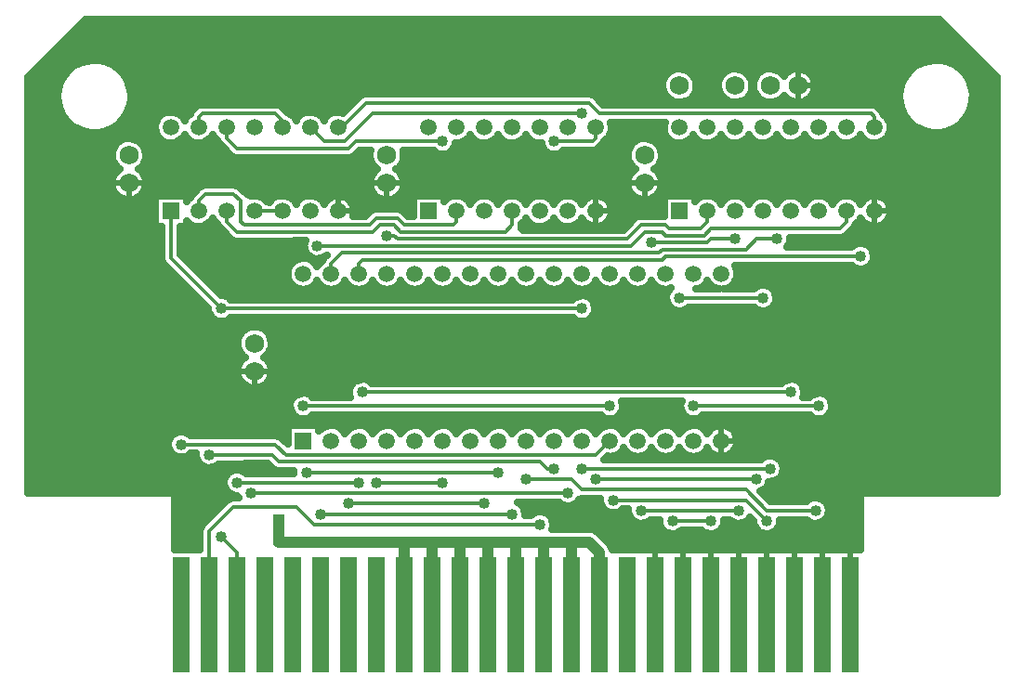
<source format=gbr>
G04 DipTrace 2.4.0.2*
%INBottom.gbr*%
%MOIN*%
%ADD13C,0.012*%
%ADD14C,0.04*%
%ADD15C,0.025*%
%ADD16C,0.02*%
%ADD17C,0.068*%
%ADD18R,0.063X0.4134*%
%ADD19R,0.0591X0.0591*%
%ADD20C,0.0591*%
%FSLAX44Y44*%
G04*
G70*
G90*
G75*
G01*
%LNBottom*%
%LPD*%
X25187Y12437D2*
D13*
X24687Y11937D1*
X13562D1*
X13187Y12312D1*
X9812D1*
X30937Y11437D2*
X24187D1*
X23187D2*
X22937D1*
X22687Y11687D1*
X13312D1*
X13062Y11937D1*
X10812D1*
X22187Y11062D2*
X23812D1*
X24187Y10687D1*
X30062D1*
X30812Y9937D1*
X32562D1*
X21187Y11312D2*
X14312D1*
X19187Y10937D2*
X16812D1*
X15812Y10187D2*
X20687D1*
X12312Y10562D2*
X23687D1*
X14812Y9812D2*
X21687D1*
X11812Y10937D2*
X16187D1*
X28687Y20687D2*
Y20312D1*
X28437Y20062D1*
X27312D1*
X27187Y20187D1*
X26312D1*
X25812Y19687D1*
X17562D1*
X17437Y19812D1*
X17187D1*
X31687Y14187D2*
X16312D1*
X33687Y20687D2*
Y20312D1*
X33437Y20062D1*
X28812D1*
X28562Y19812D1*
X27187D1*
X27062Y19937D1*
X26437D1*
X25937Y19437D1*
X14687D1*
X16187Y18437D2*
Y18812D1*
X16312Y18937D1*
X27062D1*
X27187Y19062D1*
X34187D1*
X15187Y18437D2*
Y18812D1*
X15562Y19187D1*
X26937D1*
X27062Y19312D1*
X30062D1*
X30437Y19687D1*
X31187D1*
X25187Y13687D2*
X14187D1*
X25312Y10312D2*
X30062D1*
X30812Y9562D1*
X26687Y19562D2*
X28687D1*
X28812Y19687D1*
X29687D1*
X26312Y9937D2*
X29812D1*
X27687Y17562D2*
X30687D1*
X28187Y13687D2*
X32687D1*
X27437Y9562D2*
X28812D1*
X30437Y11062D2*
X24687D1*
X17812Y6187D2*
D14*
Y8812D1*
X18812D1*
X19812D1*
X20812D1*
X21812D1*
X22812D1*
X23812D1*
X24437D1*
X24812Y8437D1*
Y6187D1*
X18812D2*
Y8812D1*
X19812Y6187D2*
Y8812D1*
X20812Y6187D2*
Y8812D1*
X21812Y6187D2*
Y8812D1*
X22812Y6187D2*
Y8812D1*
X23812Y6187D2*
Y8812D1*
X17812D2*
X13312D1*
X19687Y20687D2*
D13*
Y20312D1*
X19562Y20187D1*
X17812D1*
X17562Y20437D1*
X16812D1*
X16562Y20187D1*
X12062D1*
X11937Y20312D1*
Y21062D1*
X11687Y21312D1*
X10687D1*
X10437Y21062D1*
Y20687D1*
X12437D2*
X13437D1*
X10437Y23687D2*
Y24062D1*
X10562Y24187D1*
X13187D1*
X13437Y23937D1*
Y23687D1*
X19187Y23187D2*
X16062D1*
X15812Y22937D1*
X11812D1*
X11437Y23312D1*
Y23687D1*
X24187Y24187D2*
X16687D1*
X15687Y23187D1*
X14937D1*
X14437Y23687D1*
X24687D2*
Y23312D1*
X24562Y23187D1*
X23187D1*
X15437Y23687D2*
X15562D1*
X16437Y24562D1*
X24437D1*
X24812Y24187D1*
X34562D1*
X34687Y24062D1*
Y23687D1*
X11812Y6187D2*
Y8437D1*
X11250Y9000D1*
Y17187D2*
X9437Y19000D1*
Y20687D1*
X24187Y17187D2*
X11250D1*
X22687Y9437D2*
X14562D1*
X13937Y10062D1*
X11687D1*
X10812Y9187D1*
Y6187D1*
X21687Y20687D2*
Y20187D1*
X21437Y19937D1*
X17687D1*
X17437Y20187D1*
X16937D1*
X16687Y19937D1*
X11812D1*
X11437Y20312D1*
Y20687D1*
D14*
X9812Y12312D3*
X30937Y11437D3*
X24187D3*
X23187D3*
X10812Y11937D3*
X22187Y11062D3*
X32562Y9937D3*
X21187Y11312D3*
X14312D3*
X19187Y10937D3*
X16812D3*
X15812Y10187D3*
X20687D3*
X12312Y10562D3*
X23687D3*
X14812Y9812D3*
X21687D3*
X11812Y10937D3*
X16187D3*
X17187Y19812D3*
X31687Y14187D3*
X16312D3*
X14687Y19437D3*
X34187Y19062D3*
X31187Y19687D3*
X25187Y13687D3*
X14187D3*
X25312Y10312D3*
X30812Y9562D3*
X26687Y19562D3*
X29687Y19687D3*
X26312Y9937D3*
X29812D3*
X27687Y17562D3*
X30687D3*
X28187Y13687D3*
X32687D3*
X27437Y9562D3*
X28812D3*
X30437Y11062D3*
X24687D3*
X13312Y8812D3*
D3*
X19187Y23187D3*
X24187Y24187D3*
X23187Y23187D3*
X11250Y9000D3*
Y17187D3*
X24187D3*
X11250D3*
X22687Y9437D3*
X15937Y26937D3*
X19937D3*
X11937D3*
X5937Y13937D3*
Y16937D3*
X8937Y13937D3*
Y16937D3*
X37812Y17437D3*
X35312D3*
X37812Y13187D3*
X35312D3*
X23937Y26937D3*
X27937D3*
X31937D3*
X13312Y9562D3*
X6140Y27313D2*
D15*
X37234D1*
X5890Y27065D2*
X37484D1*
X5644Y26816D2*
X37730D1*
X5394Y26567D2*
X37980D1*
X5144Y26319D2*
X38230D1*
X4898Y26070D2*
X6344D1*
X7042D2*
X36543D1*
X37237D2*
X38476D1*
X4648Y25821D2*
X5848D1*
X7538D2*
X36043D1*
X37733D2*
X38726D1*
X4398Y25573D2*
X5609D1*
X7776D2*
X27195D1*
X28179D2*
X29195D1*
X30179D2*
X30445D1*
X32429D2*
X35808D1*
X37972D2*
X38976D1*
X4337Y25324D2*
X5469D1*
X7917D2*
X27074D1*
X28300D2*
X29074D1*
X32550D2*
X35664D1*
X38112D2*
X39039D1*
X4337Y25075D2*
X5391D1*
X7995D2*
X27066D1*
X28308D2*
X29066D1*
X32558D2*
X35586D1*
X38194D2*
X39039D1*
X4337Y24826D2*
X5359D1*
X8026D2*
X16223D1*
X24651D2*
X27176D1*
X28198D2*
X29176D1*
X30198D2*
X30426D1*
X32448D2*
X35558D1*
X38222D2*
X39039D1*
X4337Y24578D2*
X5379D1*
X8007D2*
X15969D1*
X24905D2*
X35578D1*
X38202D2*
X39039D1*
X4337Y24329D2*
X5449D1*
X7937D2*
X10219D1*
X13530D2*
X15719D1*
X34905D2*
X35648D1*
X38132D2*
X39039D1*
X4337Y24080D2*
X5578D1*
X7808D2*
X9012D1*
X9862D2*
X10012D1*
X13862D2*
X14012D1*
X14862D2*
X15012D1*
X35112D2*
X35777D1*
X38003D2*
X39039D1*
X4337Y23832D2*
X5793D1*
X7593D2*
X8871D1*
X25253D2*
X27121D1*
X35253D2*
X35988D1*
X37788D2*
X39039D1*
X4337Y23583D2*
X6199D1*
X7187D2*
X8863D1*
X25261D2*
X27113D1*
X35261D2*
X36394D1*
X37386D2*
X39039D1*
X4337Y23334D2*
X8976D1*
X25148D2*
X27226D1*
X35148D2*
X39039D1*
X4337Y23086D2*
X7457D1*
X8417D2*
X11180D1*
X19667D2*
X22707D1*
X24944D2*
X25957D1*
X26917D2*
X39039D1*
X4337Y22837D2*
X7328D1*
X8546D2*
X11430D1*
X16194D2*
X16578D1*
X17796D2*
X18855D1*
X19519D2*
X22855D1*
X23519D2*
X25828D1*
X27050D2*
X39039D1*
X4337Y22588D2*
X7316D1*
X8558D2*
X16566D1*
X17808D2*
X25816D1*
X27058D2*
X39039D1*
X4337Y22340D2*
X7418D1*
X8456D2*
X16668D1*
X17706D2*
X25918D1*
X26956D2*
X39039D1*
X4337Y22091D2*
X7461D1*
X8413D2*
X16711D1*
X17663D2*
X25961D1*
X26913D2*
X39039D1*
X4337Y21842D2*
X7328D1*
X8546D2*
X16578D1*
X17796D2*
X25828D1*
X27046D2*
X39039D1*
X4337Y21594D2*
X7312D1*
X8558D2*
X10500D1*
X11874D2*
X16562D1*
X17808D2*
X25816D1*
X27058D2*
X39039D1*
X4337Y21345D2*
X7414D1*
X8460D2*
X10234D1*
X12140D2*
X16664D1*
X17710D2*
X25914D1*
X26960D2*
X39039D1*
X4337Y21096D2*
X7781D1*
X8089D2*
X8851D1*
X12843D2*
X13033D1*
X13843D2*
X14033D1*
X14843D2*
X15033D1*
X15843D2*
X17031D1*
X17339D2*
X18101D1*
X20093D2*
X20283D1*
X21093D2*
X21283D1*
X22093D2*
X22283D1*
X23093D2*
X23283D1*
X24093D2*
X24283D1*
X25093D2*
X26281D1*
X26593D2*
X27101D1*
X29093D2*
X29283D1*
X30093D2*
X30283D1*
X31093D2*
X31283D1*
X32093D2*
X32283D1*
X33093D2*
X33283D1*
X34093D2*
X34283D1*
X35093D2*
X39039D1*
X4337Y20847D2*
X8851D1*
X15999D2*
X18101D1*
X25249D2*
X27101D1*
X35249D2*
X39039D1*
X4337Y20599D2*
X8851D1*
X16015D2*
X16488D1*
X17886D2*
X18101D1*
X25265D2*
X27101D1*
X35265D2*
X39039D1*
X4337Y20350D2*
X8851D1*
X25159D2*
X25992D1*
X35159D2*
X39039D1*
X4337Y20101D2*
X9086D1*
X9788D2*
X11164D1*
X22026D2*
X25742D1*
X33960D2*
X39039D1*
X4337Y19853D2*
X9086D1*
X9788D2*
X11410D1*
X33714D2*
X39039D1*
X4337Y19604D2*
X9086D1*
X9788D2*
X14226D1*
X31671D2*
X39039D1*
X4337Y19355D2*
X9086D1*
X9788D2*
X14203D1*
X34573D2*
X39039D1*
X4337Y19107D2*
X9086D1*
X9816D2*
X14336D1*
X34675D2*
X39039D1*
X4337Y18858D2*
X9121D1*
X10062D2*
X13793D1*
X14581D2*
X14793D1*
X34628D2*
X39039D1*
X4337Y18609D2*
X9344D1*
X10312D2*
X13629D1*
X29745D2*
X34058D1*
X34319D2*
X39039D1*
X4337Y18361D2*
X9590D1*
X10562D2*
X13605D1*
X29769D2*
X39039D1*
X4337Y18112D2*
X9840D1*
X10808D2*
X13707D1*
X29667D2*
X39039D1*
X4337Y17863D2*
X10090D1*
X11058D2*
X27308D1*
X31066D2*
X39039D1*
X4337Y17615D2*
X10336D1*
X11456D2*
X23980D1*
X24394D2*
X27199D1*
X31175D2*
X39039D1*
X4337Y17366D2*
X10586D1*
X24640D2*
X27242D1*
X31132D2*
X39039D1*
X4337Y17117D2*
X10766D1*
X24671D2*
X27527D1*
X27847D2*
X30527D1*
X30847D2*
X39039D1*
X4337Y16868D2*
X10887D1*
X24550D2*
X39039D1*
X4337Y16620D2*
X39039D1*
X4337Y16371D2*
X11992D1*
X12886D2*
X39039D1*
X4337Y16122D2*
X11836D1*
X13038D2*
X39039D1*
X4337Y15874D2*
X11812D1*
X13066D2*
X39039D1*
X4337Y15625D2*
X11894D1*
X12980D2*
X39039D1*
X4337Y15376D2*
X11996D1*
X12878D2*
X39039D1*
X4337Y15128D2*
X11840D1*
X13034D2*
X39039D1*
X4337Y14879D2*
X11808D1*
X13066D2*
X39039D1*
X4337Y14630D2*
X11891D1*
X12983D2*
X16148D1*
X16476D2*
X31523D1*
X31851D2*
X39039D1*
X4337Y14382D2*
X12172D1*
X12702D2*
X15863D1*
X32136D2*
X39039D1*
X4337Y14133D2*
X14031D1*
X14343D2*
X15824D1*
X32175D2*
X32531D1*
X32843D2*
X39039D1*
X4337Y13884D2*
X13742D1*
X33132D2*
X39039D1*
X4337Y13635D2*
X13699D1*
X25675D2*
X27699D1*
X33175D2*
X39039D1*
X4337Y13387D2*
X13808D1*
X25566D2*
X27808D1*
X33066D2*
X39039D1*
X4337Y13138D2*
X39039D1*
X4337Y12889D2*
X13601D1*
X15542D2*
X15832D1*
X16542D2*
X16832D1*
X17542D2*
X17832D1*
X18542D2*
X18832D1*
X19542D2*
X19832D1*
X20542D2*
X20832D1*
X21542D2*
X21832D1*
X22542D2*
X22832D1*
X23542D2*
X23832D1*
X24542D2*
X24832D1*
X25542D2*
X25832D1*
X26542D2*
X26832D1*
X27542D2*
X27832D1*
X28542D2*
X28832D1*
X29542D2*
X39039D1*
X4337Y12641D2*
X9457D1*
X10167D2*
X13601D1*
X29733D2*
X39039D1*
X4337Y12392D2*
X9328D1*
X29769D2*
X39039D1*
X4337Y12143D2*
X9355D1*
X29691D2*
X39039D1*
X4337Y11895D2*
X9582D1*
X10042D2*
X10324D1*
X25351D2*
X26023D1*
X26351D2*
X27023D1*
X27351D2*
X28023D1*
X28351D2*
X29023D1*
X29351D2*
X30832D1*
X31045D2*
X39039D1*
X4337Y11646D2*
X10426D1*
X31378D2*
X39039D1*
X4337Y11397D2*
X11723D1*
X11900D2*
X13141D1*
X31425D2*
X39039D1*
X4337Y11149D2*
X11375D1*
X31327D2*
X39039D1*
X4337Y10900D2*
X11324D1*
X30898D2*
X39039D1*
X4337Y10651D2*
X11422D1*
X30679D2*
X39039D1*
X9585Y10403D2*
X11851D1*
X30831D2*
X34164D1*
X9585Y10154D2*
X11293D1*
X22026D2*
X23441D1*
X23933D2*
X24851D1*
X32999D2*
X34164D1*
X9585Y9905D2*
X11047D1*
X22167D2*
X25062D1*
X25562D2*
X25824D1*
X33050D2*
X34164D1*
X9585Y9656D2*
X10797D1*
X23120D2*
X25918D1*
X32956D2*
X34164D1*
X9585Y9408D2*
X10551D1*
X23175D2*
X26973D1*
X29276D2*
X30348D1*
X31276D2*
X34164D1*
X9585Y9159D2*
X10461D1*
X24773D2*
X27180D1*
X27694D2*
X28555D1*
X29069D2*
X30555D1*
X31069D2*
X34164D1*
X9585Y8910D2*
X10461D1*
X25023D2*
X34164D1*
X9585Y8662D2*
X10461D1*
X25245D2*
X34164D1*
X27041Y21662D2*
X27023Y21539D1*
X26981Y21421D1*
X26914Y21316D1*
X26828Y21225D1*
X26725Y21155D1*
X26610Y21107D1*
X26487Y21084D1*
X26362Y21087D1*
X26241Y21115D1*
X26128Y21167D1*
X26028Y21242D1*
X25945Y21335D1*
X25883Y21444D1*
X25845Y21562D1*
X25832Y21687D1*
X25845Y21811D1*
X25883Y21929D1*
X25944Y22038D1*
X26027Y22132D1*
X26097Y22187D1*
X26047Y22225D1*
X25961Y22315D1*
X25895Y22421D1*
X25851Y22538D1*
X25833Y22662D1*
X25841Y22786D1*
X25874Y22906D1*
X25931Y23017D1*
X26010Y23114D1*
X26106Y23193D1*
X26217Y23250D1*
X26338Y23284D1*
X26462Y23291D1*
X26586Y23274D1*
X26703Y23231D1*
X26809Y23165D1*
X26899Y23079D1*
X26969Y22976D1*
X27017Y22861D1*
X27043Y22687D1*
X27030Y22563D1*
X26992Y22444D1*
X26930Y22336D1*
X26848Y22242D1*
X26776Y22188D1*
X26864Y22115D1*
X26943Y22019D1*
X27000Y21908D1*
X27034Y21788D1*
X27041Y21662D1*
X13041Y14912D2*
X13023Y14789D1*
X12981Y14671D1*
X12914Y14566D1*
X12828Y14475D1*
X12725Y14405D1*
X12610Y14357D1*
X12487Y14334D1*
X12362Y14337D1*
X12241Y14365D1*
X12128Y14417D1*
X12028Y14492D1*
X11945Y14585D1*
X11883Y14694D1*
X11845Y14812D1*
X11832Y14937D1*
X11845Y15061D1*
X11883Y15179D1*
X11944Y15288D1*
X12027Y15382D1*
X12097Y15437D1*
X12047Y15475D1*
X11961Y15565D1*
X11895Y15671D1*
X11851Y15788D1*
X11833Y15912D1*
X11841Y16036D1*
X11874Y16156D1*
X11931Y16267D1*
X12010Y16364D1*
X12106Y16443D1*
X12217Y16500D1*
X12338Y16534D1*
X12462Y16541D1*
X12586Y16524D1*
X12703Y16481D1*
X12809Y16415D1*
X12899Y16329D1*
X12969Y16226D1*
X13017Y16111D1*
X13043Y15937D1*
X13030Y15813D1*
X12992Y15694D1*
X12930Y15586D1*
X12848Y15492D1*
X12776Y15438D1*
X12864Y15365D1*
X12943Y15269D1*
X13000Y15158D1*
X13034Y15038D1*
X13041Y14912D1*
X32541Y25162D2*
X32523Y25039D1*
X32481Y24921D1*
X32414Y24816D1*
X32328Y24725D1*
X32225Y24655D1*
X32110Y24607D1*
X31987Y24584D1*
X31862Y24587D1*
X31741Y24615D1*
X31628Y24667D1*
X31528Y24742D1*
X31445Y24835D1*
X31437Y24847D1*
X31347Y24743D1*
X31247Y24668D1*
X31134Y24616D1*
X31012Y24588D1*
X30887Y24585D1*
X30765Y24608D1*
X30649Y24656D1*
X30546Y24726D1*
X30460Y24816D1*
X30394Y24922D1*
X30351Y25039D1*
X30333Y25162D1*
X30340Y25287D1*
X30373Y25407D1*
X30430Y25518D1*
X30509Y25615D1*
X30606Y25694D1*
X30716Y25751D1*
X30837Y25784D1*
X30961Y25792D1*
X31085Y25774D1*
X31202Y25732D1*
X31308Y25666D1*
X31398Y25579D1*
X31436Y25525D1*
X31509Y25614D1*
X31606Y25693D1*
X31716Y25750D1*
X31837Y25784D1*
X31961Y25791D1*
X32085Y25774D1*
X32202Y25731D1*
X32308Y25665D1*
X32398Y25579D1*
X32469Y25476D1*
X32517Y25361D1*
X32540Y25238D1*
X32541Y25162D1*
X17779Y22563D2*
X17741Y22444D1*
X17679Y22336D1*
X17597Y22242D1*
X17525Y22188D1*
X17613Y22115D1*
X17692Y22019D1*
X17749Y21908D1*
X17783Y21788D1*
X17791Y21662D1*
X17773Y21539D1*
X17730Y21421D1*
X17664Y21316D1*
X17577Y21225D1*
X17474Y21155D1*
X17359Y21107D1*
X17236Y21084D1*
X17112Y21087D1*
X16990Y21115D1*
X16877Y21167D1*
X16777Y21242D1*
X16694Y21335D1*
X16632Y21444D1*
X16594Y21562D1*
X16581Y21687D1*
X16594Y21811D1*
X16632Y21929D1*
X16694Y22038D1*
X16776Y22132D1*
X16846Y22187D1*
X16796Y22225D1*
X16710Y22315D1*
X16644Y22421D1*
X16601Y22538D1*
X16583Y22662D1*
X16590Y22786D1*
X16612Y22865D1*
X16199Y22862D1*
X16042Y22707D1*
X15939Y22638D1*
X15812Y22612D1*
X11812D1*
X11690Y22636D1*
X11582Y22707D1*
X11207Y23082D1*
X11144Y23171D1*
X11093Y23245D1*
X11004Y23332D1*
X10938Y23433D1*
X10876Y23339D1*
X10788Y23251D1*
X10683Y23184D1*
X10566Y23142D1*
X10442Y23127D1*
X10318Y23140D1*
X10200Y23180D1*
X10093Y23245D1*
X10004Y23332D1*
X9938Y23433D1*
X9876Y23339D1*
X9788Y23251D1*
X9683Y23184D1*
X9566Y23142D1*
X9442Y23127D1*
X9318Y23140D1*
X9200Y23180D1*
X9093Y23245D1*
X9004Y23332D1*
X8936Y23436D1*
X8893Y23553D1*
X8877Y23677D1*
X8889Y23801D1*
X8927Y23920D1*
X8992Y24027D1*
X9078Y24117D1*
X9182Y24186D1*
X9299Y24230D1*
X9422Y24247D1*
X9546Y24236D1*
X9665Y24199D1*
X9773Y24135D1*
X9864Y24050D1*
X9938Y23936D1*
X9992Y24027D1*
X10078Y24117D1*
X10127Y24149D1*
X10136Y24184D1*
X10207Y24292D1*
X10332Y24417D1*
X10429Y24483D1*
X10541Y24511D1*
X13187Y24512D1*
X13309Y24488D1*
X13417Y24417D1*
X13614Y24219D1*
X13773Y24135D1*
X13864Y24050D1*
X13938Y23936D1*
X13992Y24027D1*
X14078Y24117D1*
X14182Y24186D1*
X14299Y24230D1*
X14422Y24247D1*
X14546Y24236D1*
X14665Y24199D1*
X14773Y24135D1*
X14864Y24050D1*
X14938Y23936D1*
X14992Y24027D1*
X15078Y24117D1*
X15182Y24186D1*
X15299Y24230D1*
X15422Y24247D1*
X15546Y24236D1*
X15624Y24212D1*
X16207Y24792D1*
X16310Y24861D1*
X16437Y24887D1*
X24437D1*
X24559Y24863D1*
X24667Y24792D1*
X24946Y24513D1*
X34562Y24512D1*
X34684Y24488D1*
X34792Y24417D1*
X34917Y24292D1*
X34981Y24199D1*
X35023Y24135D1*
X35114Y24050D1*
X35183Y23947D1*
X35229Y23830D1*
X35247Y23687D1*
X35233Y23563D1*
X35192Y23445D1*
X35126Y23339D1*
X35038Y23251D1*
X34933Y23184D1*
X34816Y23142D1*
X34692Y23127D1*
X34568Y23140D1*
X34450Y23180D1*
X34343Y23245D1*
X34254Y23332D1*
X34188Y23433D1*
X34126Y23339D1*
X34038Y23251D1*
X33933Y23184D1*
X33816Y23142D1*
X33692Y23127D1*
X33568Y23140D1*
X33450Y23180D1*
X33343Y23245D1*
X33254Y23332D1*
X33188Y23433D1*
X33126Y23339D1*
X33038Y23251D1*
X32933Y23184D1*
X32816Y23142D1*
X32692Y23127D1*
X32568Y23140D1*
X32450Y23180D1*
X32343Y23245D1*
X32254Y23332D1*
X32188Y23433D1*
X32126Y23339D1*
X32038Y23251D1*
X31933Y23184D1*
X31816Y23142D1*
X31692Y23127D1*
X31568Y23140D1*
X31450Y23180D1*
X31343Y23245D1*
X31254Y23332D1*
X31188Y23433D1*
X31126Y23339D1*
X31038Y23251D1*
X30933Y23184D1*
X30816Y23142D1*
X30692Y23127D1*
X30568Y23140D1*
X30450Y23180D1*
X30343Y23245D1*
X30254Y23332D1*
X30188Y23433D1*
X30126Y23339D1*
X30038Y23251D1*
X29933Y23184D1*
X29816Y23142D1*
X29692Y23127D1*
X29568Y23140D1*
X29450Y23180D1*
X29343Y23245D1*
X29254Y23332D1*
X29188Y23433D1*
X29126Y23339D1*
X29038Y23251D1*
X28933Y23184D1*
X28816Y23142D1*
X28692Y23127D1*
X28568Y23140D1*
X28450Y23180D1*
X28343Y23245D1*
X28254Y23332D1*
X28188Y23433D1*
X28126Y23339D1*
X28038Y23251D1*
X27933Y23184D1*
X27816Y23142D1*
X27692Y23127D1*
X27568Y23140D1*
X27450Y23180D1*
X27343Y23245D1*
X27254Y23332D1*
X27186Y23436D1*
X27143Y23553D1*
X27127Y23677D1*
X27139Y23801D1*
X27159Y23864D1*
X25222Y23862D1*
X25247Y23687D1*
X25233Y23563D1*
X25192Y23445D1*
X25126Y23339D1*
X25038Y23251D1*
X25002Y23228D1*
X24988Y23190D1*
X24917Y23082D1*
X24792Y22957D1*
X24695Y22891D1*
X24583Y22863D1*
X23519Y22862D1*
X23408Y22778D1*
X23291Y22734D1*
X23167Y22723D1*
X23045Y22744D1*
X22932Y22798D1*
X22838Y22880D1*
X22769Y22984D1*
X22729Y23129D1*
X22568Y23140D1*
X22450Y23180D1*
X22343Y23245D1*
X22254Y23332D1*
X22188Y23433D1*
X22126Y23339D1*
X22038Y23251D1*
X21933Y23184D1*
X21816Y23142D1*
X21692Y23127D1*
X21568Y23140D1*
X21450Y23180D1*
X21343Y23245D1*
X21254Y23332D1*
X21188Y23433D1*
X21126Y23339D1*
X21038Y23251D1*
X20933Y23184D1*
X20816Y23142D1*
X20692Y23127D1*
X20568Y23140D1*
X20450Y23180D1*
X20343Y23245D1*
X20254Y23332D1*
X20188Y23433D1*
X20126Y23339D1*
X20038Y23251D1*
X19933Y23184D1*
X19816Y23142D1*
X19692Y23127D1*
X19649Y23131D1*
X19635Y23064D1*
X19586Y22949D1*
X19509Y22851D1*
X19408Y22778D1*
X19291Y22734D1*
X19167Y22723D1*
X19045Y22744D1*
X18932Y22798D1*
X18859Y22862D1*
X17767Y22861D1*
X17792Y22687D1*
X17779Y22563D1*
X8529D2*
X8491Y22444D1*
X8429Y22336D1*
X8347Y22242D1*
X8275Y22188D1*
X8363Y22115D1*
X8442Y22019D1*
X8499Y21908D1*
X8533Y21788D1*
X8541Y21662D1*
X8523Y21539D1*
X8480Y21421D1*
X8414Y21316D1*
X8327Y21225D1*
X8224Y21155D1*
X8109Y21107D1*
X7986Y21084D1*
X7862Y21087D1*
X7740Y21115D1*
X7627Y21167D1*
X7527Y21242D1*
X7444Y21335D1*
X7382Y21444D1*
X7344Y21562D1*
X7331Y21687D1*
X7344Y21811D1*
X7382Y21929D1*
X7444Y22038D1*
X7526Y22132D1*
X7596Y22187D1*
X7546Y22225D1*
X7460Y22315D1*
X7394Y22421D1*
X7351Y22538D1*
X7333Y22662D1*
X7340Y22786D1*
X7373Y22906D1*
X7430Y23017D1*
X7509Y23114D1*
X7606Y23193D1*
X7716Y23250D1*
X7837Y23284D1*
X7961Y23291D1*
X8085Y23274D1*
X8202Y23231D1*
X8308Y23165D1*
X8398Y23079D1*
X8469Y22976D1*
X8517Y22861D1*
X8542Y22687D1*
X8529Y22563D1*
X33257Y8519D2*
X34188D1*
X34187Y10437D1*
X34248Y10542D1*
X34312Y10562D1*
X39062D1*
Y25511D1*
X37008Y27565D1*
X35562Y27562D1*
X6363D1*
X4309Y25508D1*
X4312Y24062D1*
Y10562D1*
X9437D1*
X9542Y10501D1*
X9562Y10437D1*
Y8519D1*
X10392Y8515D1*
X10486Y8519D1*
X10487Y9187D1*
X10511Y9309D1*
X10582Y9417D1*
X11457Y10292D1*
X11560Y10361D1*
X11687Y10387D1*
X11878D1*
X11793Y10473D1*
X11670Y10494D1*
X11557Y10548D1*
X11463Y10630D1*
X11394Y10734D1*
X11355Y10852D1*
X11349Y10976D1*
X11376Y11098D1*
X11434Y11208D1*
X11520Y11299D1*
X11627Y11363D1*
X11747Y11397D1*
X11871Y11398D1*
X11992Y11366D1*
X12099Y11303D1*
X12140Y11261D1*
X13847Y11262D1*
X13851Y11363D1*
X13312Y11362D1*
X13190Y11386D1*
X13082Y11457D1*
X12925Y11615D1*
X11144Y11612D1*
X11033Y11528D1*
X10917Y11484D1*
X10793Y11473D1*
X10670Y11494D1*
X10557Y11548D1*
X10463Y11630D1*
X10394Y11734D1*
X10355Y11852D1*
X10351Y11988D1*
X10144Y11987D1*
X10033Y11903D1*
X9917Y11859D1*
X9793Y11848D1*
X9670Y11869D1*
X9557Y11923D1*
X9463Y12005D1*
X9394Y12109D1*
X9355Y12227D1*
X9349Y12351D1*
X9376Y12473D1*
X9434Y12583D1*
X9520Y12674D1*
X9627Y12738D1*
X9747Y12772D1*
X9871Y12773D1*
X9992Y12741D1*
X10099Y12678D1*
X10140Y12636D1*
X13187Y12637D1*
X13309Y12613D1*
X13417Y12542D1*
X13629Y12329D1*
X13627Y12997D1*
X14747D1*
Y12782D1*
X14828Y12867D1*
X14932Y12936D1*
X15049Y12980D1*
X15172Y12997D1*
X15296Y12986D1*
X15415Y12949D1*
X15523Y12885D1*
X15614Y12800D1*
X15688Y12686D1*
X15742Y12777D1*
X15828Y12867D1*
X15932Y12936D1*
X16049Y12980D1*
X16172Y12997D1*
X16296Y12986D1*
X16415Y12949D1*
X16523Y12885D1*
X16614Y12800D1*
X16688Y12686D1*
X16742Y12777D1*
X16828Y12867D1*
X16932Y12936D1*
X17049Y12980D1*
X17172Y12997D1*
X17296Y12986D1*
X17415Y12949D1*
X17523Y12885D1*
X17614Y12800D1*
X17688Y12686D1*
X17742Y12777D1*
X17828Y12867D1*
X17932Y12936D1*
X18049Y12980D1*
X18172Y12997D1*
X18296Y12986D1*
X18415Y12949D1*
X18523Y12885D1*
X18614Y12800D1*
X18688Y12686D1*
X18742Y12777D1*
X18828Y12867D1*
X18932Y12936D1*
X19049Y12980D1*
X19172Y12997D1*
X19296Y12986D1*
X19415Y12949D1*
X19523Y12885D1*
X19614Y12800D1*
X19688Y12686D1*
X19742Y12777D1*
X19828Y12867D1*
X19932Y12936D1*
X20049Y12980D1*
X20172Y12997D1*
X20296Y12986D1*
X20415Y12949D1*
X20523Y12885D1*
X20614Y12800D1*
X20688Y12686D1*
X20742Y12777D1*
X20828Y12867D1*
X20932Y12936D1*
X21049Y12980D1*
X21172Y12997D1*
X21296Y12986D1*
X21415Y12949D1*
X21523Y12885D1*
X21614Y12800D1*
X21688Y12686D1*
X21742Y12777D1*
X21828Y12867D1*
X21932Y12936D1*
X22049Y12980D1*
X22172Y12997D1*
X22296Y12986D1*
X22415Y12949D1*
X22523Y12885D1*
X22614Y12800D1*
X22688Y12686D1*
X22742Y12777D1*
X22828Y12867D1*
X22932Y12936D1*
X23049Y12980D1*
X23172Y12997D1*
X23296Y12986D1*
X23415Y12949D1*
X23523Y12885D1*
X23614Y12800D1*
X23688Y12686D1*
X23742Y12777D1*
X23828Y12867D1*
X23932Y12936D1*
X24049Y12980D1*
X24172Y12997D1*
X24296Y12986D1*
X24415Y12949D1*
X24523Y12885D1*
X24614Y12800D1*
X24688Y12686D1*
X24742Y12777D1*
X24828Y12867D1*
X24932Y12936D1*
X25049Y12980D1*
X25172Y12997D1*
X25296Y12986D1*
X25415Y12949D1*
X25523Y12885D1*
X25614Y12800D1*
X25688Y12686D1*
X25742Y12777D1*
X25828Y12867D1*
X25932Y12936D1*
X26049Y12980D1*
X26172Y12997D1*
X26296Y12986D1*
X26415Y12949D1*
X26523Y12885D1*
X26614Y12800D1*
X26688Y12686D1*
X26742Y12777D1*
X26828Y12867D1*
X26932Y12936D1*
X27049Y12980D1*
X27172Y12997D1*
X27296Y12986D1*
X27415Y12949D1*
X27523Y12885D1*
X27614Y12800D1*
X27688Y12686D1*
X27742Y12777D1*
X27828Y12867D1*
X27932Y12936D1*
X28049Y12980D1*
X28172Y12997D1*
X28296Y12986D1*
X28415Y12949D1*
X28523Y12885D1*
X28614Y12800D1*
X28688Y12686D1*
X28727Y12757D1*
X28809Y12850D1*
X28910Y12924D1*
X29025Y12973D1*
X29147Y12996D1*
X29272Y12991D1*
X29392Y12958D1*
X29503Y12900D1*
X29597Y12819D1*
X29671Y12718D1*
X29722Y12604D1*
X29745Y12482D1*
X29742Y12362D1*
X29712Y12241D1*
X29656Y12130D1*
X29576Y12034D1*
X29477Y11958D1*
X29364Y11905D1*
X29242Y11880D1*
X29117Y11881D1*
X28996Y11910D1*
X28884Y11966D1*
X28787Y12044D1*
X28710Y12143D1*
X28687Y12184D1*
X28626Y12089D1*
X28538Y12001D1*
X28433Y11934D1*
X28316Y11892D1*
X28192Y11877D1*
X28068Y11890D1*
X27950Y11930D1*
X27843Y11995D1*
X27754Y12082D1*
X27688Y12183D1*
X27626Y12089D1*
X27538Y12001D1*
X27433Y11934D1*
X27316Y11892D1*
X27192Y11877D1*
X27068Y11890D1*
X26950Y11930D1*
X26843Y11995D1*
X26754Y12082D1*
X26688Y12183D1*
X26626Y12089D1*
X26538Y12001D1*
X26433Y11934D1*
X26316Y11892D1*
X26192Y11877D1*
X26068Y11890D1*
X25950Y11930D1*
X25843Y11995D1*
X25754Y12082D1*
X25688Y12183D1*
X25626Y12089D1*
X25538Y12001D1*
X25433Y11934D1*
X25316Y11892D1*
X25192Y11877D1*
X25095Y11887D1*
X24973Y11763D1*
X30605Y11762D1*
X30645Y11799D1*
X30751Y11863D1*
X30871Y11897D1*
X30996Y11898D1*
X31116Y11866D1*
X31224Y11803D1*
X31311Y11714D1*
X31371Y11604D1*
X31402Y11437D1*
X31385Y11314D1*
X31336Y11199D1*
X31259Y11101D1*
X31158Y11028D1*
X31041Y10984D1*
X30890Y10977D1*
X30885Y10939D1*
X30836Y10824D1*
X30759Y10726D1*
X30658Y10653D1*
X30581Y10624D1*
X30946Y10262D1*
X32230D1*
X32270Y10299D1*
X32376Y10363D1*
X32496Y10397D1*
X32621Y10398D1*
X32741Y10366D1*
X32849Y10303D1*
X32936Y10214D1*
X32996Y10104D1*
X33027Y9937D1*
X33010Y9814D1*
X32961Y9699D1*
X32884Y9601D1*
X32783Y9528D1*
X32666Y9484D1*
X32542Y9473D1*
X32420Y9494D1*
X32307Y9548D1*
X32234Y9612D1*
X31275Y9608D1*
X31260Y9439D1*
X31211Y9324D1*
X31134Y9226D1*
X31033Y9153D1*
X30916Y9109D1*
X30792Y9098D1*
X30670Y9119D1*
X30557Y9173D1*
X30463Y9255D1*
X30394Y9359D1*
X30355Y9477D1*
X30350Y9566D1*
X30211Y9699D1*
X30134Y9601D1*
X30033Y9528D1*
X29916Y9484D1*
X29792Y9473D1*
X29670Y9494D1*
X29557Y9548D1*
X29484Y9612D1*
X29275Y9608D1*
X29260Y9439D1*
X29212Y9324D1*
X29134Y9226D1*
X29033Y9153D1*
X28917Y9109D1*
X28793Y9098D1*
X28670Y9119D1*
X28557Y9173D1*
X28484Y9237D1*
X27769D1*
X27658Y9153D1*
X27541Y9109D1*
X27417Y9098D1*
X27295Y9119D1*
X27182Y9173D1*
X27088Y9255D1*
X27019Y9359D1*
X26980Y9477D1*
X26976Y9613D1*
X26644Y9612D1*
X26533Y9528D1*
X26416Y9484D1*
X26292Y9473D1*
X26170Y9494D1*
X26057Y9548D1*
X25963Y9630D1*
X25894Y9734D1*
X25855Y9852D1*
X25851Y9988D1*
X25644Y9987D1*
X25533Y9903D1*
X25416Y9859D1*
X25292Y9848D1*
X25170Y9869D1*
X25057Y9923D1*
X24963Y10005D1*
X24894Y10109D1*
X24855Y10227D1*
X24851Y10363D1*
X24183D1*
X24086Y10324D1*
X24009Y10226D1*
X23908Y10153D1*
X23791Y10109D1*
X23667Y10098D1*
X23545Y10119D1*
X23432Y10173D1*
X23359Y10237D1*
X21878D1*
X21974Y10178D1*
X22061Y10089D1*
X22121Y9979D1*
X22152Y9812D1*
X22145Y9762D1*
X22355D1*
X22395Y9799D1*
X22501Y9863D1*
X22621Y9897D1*
X22746Y9898D1*
X22866Y9866D1*
X22974Y9803D1*
X23061Y9714D1*
X23121Y9604D1*
X23152Y9437D1*
X23135Y9314D1*
X23118Y9274D1*
X23812Y9277D1*
X24437D1*
X24561Y9260D1*
X24675Y9211D1*
X24766Y9141D1*
X25141Y8766D1*
X25216Y8667D1*
X25269Y8519D1*
X25392Y8515D1*
X25482Y8519D1*
X26392Y8515D1*
X26407Y8519D1*
X31392D1*
X33257D1*
X28279Y25063D2*
X28241Y24944D1*
X28179Y24836D1*
X28097Y24742D1*
X27997Y24667D1*
X27884Y24615D1*
X27762Y24587D1*
X27637Y24584D1*
X27515Y24607D1*
X27399Y24655D1*
X27296Y24725D1*
X27210Y24815D1*
X27144Y24921D1*
X27101Y25038D1*
X27083Y25162D1*
X27090Y25286D1*
X27123Y25406D1*
X27180Y25517D1*
X27259Y25614D1*
X27356Y25693D1*
X27466Y25750D1*
X27587Y25784D1*
X27711Y25791D1*
X27835Y25774D1*
X27952Y25731D1*
X28058Y25665D1*
X28148Y25579D1*
X28219Y25476D1*
X28267Y25361D1*
X28292Y25187D1*
X28279Y25063D1*
X30279D2*
X30241Y24944D1*
X30179Y24836D1*
X30097Y24742D1*
X29997Y24667D1*
X29884Y24615D1*
X29762Y24587D1*
X29637Y24584D1*
X29515Y24607D1*
X29399Y24655D1*
X29296Y24725D1*
X29210Y24815D1*
X29144Y24921D1*
X29101Y25038D1*
X29083Y25162D1*
X29090Y25286D1*
X29123Y25406D1*
X29180Y25517D1*
X29259Y25614D1*
X29356Y25693D1*
X29466Y25750D1*
X29587Y25784D1*
X29711Y25791D1*
X29835Y25774D1*
X29952Y25731D1*
X30058Y25665D1*
X30148Y25579D1*
X30219Y25476D1*
X30267Y25361D1*
X30292Y25187D1*
X30279Y25063D1*
X29733Y18313D2*
X29692Y18195D1*
X29626Y18089D1*
X29538Y18001D1*
X29433Y17934D1*
X29316Y17892D1*
X29273Y17887D1*
X30355D1*
X30395Y17924D1*
X30501Y17988D1*
X30621Y18022D1*
X30746Y18023D1*
X30866Y17991D1*
X30974Y17928D1*
X31061Y17839D1*
X31121Y17729D1*
X31152Y17562D1*
X31135Y17439D1*
X31086Y17324D1*
X31009Y17226D1*
X30908Y17153D1*
X30791Y17109D1*
X30667Y17098D1*
X30545Y17119D1*
X30432Y17173D1*
X30359Y17237D1*
X28019D1*
X27908Y17153D1*
X27791Y17109D1*
X27667Y17098D1*
X27545Y17119D1*
X27432Y17173D1*
X27338Y17255D1*
X27269Y17359D1*
X27230Y17477D1*
X27224Y17601D1*
X27251Y17723D1*
X27309Y17833D1*
X27387Y17915D1*
X27316Y17892D1*
X27192Y17877D1*
X27068Y17890D1*
X26950Y17930D1*
X26843Y17995D1*
X26754Y18082D1*
X26688Y18183D1*
X26626Y18089D1*
X26538Y18001D1*
X26433Y17934D1*
X26316Y17892D1*
X26192Y17877D1*
X26068Y17890D1*
X25950Y17930D1*
X25843Y17995D1*
X25754Y18082D1*
X25688Y18183D1*
X25626Y18089D1*
X25538Y18001D1*
X25433Y17934D1*
X25316Y17892D1*
X25192Y17877D1*
X25068Y17890D1*
X24950Y17930D1*
X24843Y17995D1*
X24754Y18082D1*
X24688Y18183D1*
X24626Y18089D1*
X24538Y18001D1*
X24433Y17934D1*
X24316Y17892D1*
X24192Y17877D1*
X24068Y17890D1*
X23950Y17930D1*
X23843Y17995D1*
X23754Y18082D1*
X23688Y18183D1*
X23626Y18089D1*
X23538Y18001D1*
X23433Y17934D1*
X23316Y17892D1*
X23192Y17877D1*
X23068Y17890D1*
X22950Y17930D1*
X22843Y17995D1*
X22754Y18082D1*
X22688Y18183D1*
X22626Y18089D1*
X22538Y18001D1*
X22433Y17934D1*
X22316Y17892D1*
X22192Y17877D1*
X22068Y17890D1*
X21950Y17930D1*
X21843Y17995D1*
X21754Y18082D1*
X21688Y18183D1*
X21626Y18089D1*
X21538Y18001D1*
X21433Y17934D1*
X21316Y17892D1*
X21192Y17877D1*
X21068Y17890D1*
X20950Y17930D1*
X20843Y17995D1*
X20754Y18082D1*
X20688Y18183D1*
X20626Y18089D1*
X20538Y18001D1*
X20433Y17934D1*
X20316Y17892D1*
X20192Y17877D1*
X20068Y17890D1*
X19950Y17930D1*
X19843Y17995D1*
X19754Y18082D1*
X19688Y18183D1*
X19626Y18089D1*
X19538Y18001D1*
X19433Y17934D1*
X19316Y17892D1*
X19192Y17877D1*
X19068Y17890D1*
X18950Y17930D1*
X18843Y17995D1*
X18754Y18082D1*
X18688Y18183D1*
X18626Y18089D1*
X18538Y18001D1*
X18433Y17934D1*
X18316Y17892D1*
X18192Y17877D1*
X18068Y17890D1*
X17950Y17930D1*
X17843Y17995D1*
X17754Y18082D1*
X17688Y18183D1*
X17626Y18089D1*
X17538Y18001D1*
X17433Y17934D1*
X17316Y17892D1*
X17192Y17877D1*
X17068Y17890D1*
X16950Y17930D1*
X16843Y17995D1*
X16754Y18082D1*
X16688Y18183D1*
X16626Y18089D1*
X16538Y18001D1*
X16433Y17934D1*
X16316Y17892D1*
X16192Y17877D1*
X16068Y17890D1*
X15950Y17930D1*
X15843Y17995D1*
X15754Y18082D1*
X15688Y18183D1*
X15626Y18089D1*
X15538Y18001D1*
X15433Y17934D1*
X15316Y17892D1*
X15192Y17877D1*
X15068Y17890D1*
X14950Y17930D1*
X14843Y17995D1*
X14754Y18082D1*
X14688Y18183D1*
X14626Y18089D1*
X14538Y18001D1*
X14433Y17934D1*
X14316Y17892D1*
X14192Y17877D1*
X14068Y17890D1*
X13950Y17930D1*
X13843Y17995D1*
X13754Y18082D1*
X13686Y18186D1*
X13643Y18303D1*
X13627Y18427D1*
X13639Y18551D1*
X13677Y18670D1*
X13742Y18777D1*
X13828Y18867D1*
X13932Y18936D1*
X14049Y18980D1*
X14172Y18997D1*
X14296Y18986D1*
X14415Y18949D1*
X14523Y18885D1*
X14614Y18800D1*
X14688Y18686D1*
X14742Y18777D1*
X14828Y18867D1*
X14877Y18899D1*
X14943Y19027D1*
X15026Y19111D1*
X14908Y19028D1*
X14791Y18984D1*
X14667Y18973D1*
X14545Y18994D1*
X14432Y19048D1*
X14338Y19130D1*
X14269Y19234D1*
X14230Y19352D1*
X14224Y19476D1*
X14260Y19615D1*
X13312Y19612D1*
X11812D1*
X11690Y19636D1*
X11582Y19707D1*
X11207Y20082D1*
X11144Y20171D1*
X11093Y20245D1*
X11004Y20332D1*
X10938Y20433D1*
X10876Y20339D1*
X10788Y20251D1*
X10683Y20184D1*
X10566Y20142D1*
X10442Y20127D1*
X10318Y20140D1*
X10200Y20180D1*
X10093Y20245D1*
X9998Y20341D1*
X9997Y20127D1*
X9759D1*
X9762Y19187D1*
Y19136D1*
X11244Y17652D1*
X11308Y17648D1*
X11429Y17616D1*
X11536Y17553D1*
X11577Y17511D1*
X23855Y17512D1*
X23895Y17549D1*
X24001Y17613D1*
X24121Y17647D1*
X24246Y17648D1*
X24366Y17616D1*
X24474Y17553D1*
X24561Y17464D1*
X24621Y17354D1*
X24652Y17187D1*
X24635Y17064D1*
X24586Y16949D1*
X24509Y16851D1*
X24408Y16778D1*
X24291Y16734D1*
X24167Y16723D1*
X24045Y16744D1*
X23932Y16798D1*
X23859Y16862D1*
X11582D1*
X11470Y16778D1*
X11354Y16734D1*
X11230Y16723D1*
X11107Y16744D1*
X10995Y16798D1*
X10901Y16880D1*
X10831Y16984D1*
X10792Y17102D1*
X10788Y17191D1*
X9207Y18770D1*
X9138Y18873D1*
X9112Y19000D1*
Y20128D1*
X8877Y20127D1*
Y21247D1*
X9997D1*
Y21032D1*
X10078Y21117D1*
X10127Y21149D1*
X10193Y21277D1*
X10457Y21542D1*
X10560Y21611D1*
X10687Y21637D1*
X11687D1*
X11809Y21613D1*
X11917Y21542D1*
X12169Y21289D1*
X12299Y21230D1*
X12422Y21247D1*
X12546Y21236D1*
X12665Y21199D1*
X12773Y21135D1*
X12864Y21050D1*
X12888Y21014D1*
X12980Y21012D1*
X13078Y21117D1*
X13182Y21186D1*
X13299Y21230D1*
X13422Y21247D1*
X13546Y21236D1*
X13665Y21199D1*
X13773Y21135D1*
X13864Y21050D1*
X13938Y20936D1*
X13992Y21027D1*
X14078Y21117D1*
X14182Y21186D1*
X14299Y21230D1*
X14422Y21247D1*
X14546Y21236D1*
X14665Y21199D1*
X14773Y21135D1*
X14864Y21050D1*
X14938Y20936D1*
X14977Y21007D1*
X15059Y21100D1*
X15160Y21174D1*
X15275Y21223D1*
X15397Y21246D1*
X15522Y21241D1*
X15642Y21208D1*
X15753Y21150D1*
X15847Y21069D1*
X15921Y20968D1*
X15972Y20854D1*
X15995Y20732D1*
X15992Y20612D1*
X15969Y20511D1*
X16425Y20512D1*
X16582Y20667D1*
X16685Y20736D1*
X16812Y20762D1*
X17562D1*
X17684Y20738D1*
X17792Y20667D1*
X17949Y20509D1*
X18128Y20512D1*
X18127Y21247D1*
X19247D1*
Y21032D1*
X19328Y21117D1*
X19432Y21186D1*
X19549Y21230D1*
X19672Y21247D1*
X19796Y21236D1*
X19915Y21199D1*
X20023Y21135D1*
X20114Y21050D1*
X20188Y20936D1*
X20242Y21027D1*
X20328Y21117D1*
X20432Y21186D1*
X20549Y21230D1*
X20672Y21247D1*
X20796Y21236D1*
X20915Y21199D1*
X21023Y21135D1*
X21114Y21050D1*
X21188Y20936D1*
X21242Y21027D1*
X21328Y21117D1*
X21432Y21186D1*
X21549Y21230D1*
X21672Y21247D1*
X21796Y21236D1*
X21915Y21199D1*
X22023Y21135D1*
X22114Y21050D1*
X22188Y20936D1*
X22242Y21027D1*
X22328Y21117D1*
X22432Y21186D1*
X22549Y21230D1*
X22672Y21247D1*
X22796Y21236D1*
X22915Y21199D1*
X23023Y21135D1*
X23114Y21050D1*
X23188Y20936D1*
X23242Y21027D1*
X23328Y21117D1*
X23432Y21186D1*
X23549Y21230D1*
X23672Y21247D1*
X23796Y21236D1*
X23915Y21199D1*
X24023Y21135D1*
X24114Y21050D1*
X24188Y20936D1*
X24227Y21007D1*
X24309Y21100D1*
X24410Y21174D1*
X24525Y21223D1*
X24647Y21246D1*
X24772Y21241D1*
X24892Y21208D1*
X25003Y21150D1*
X25097Y21069D1*
X25171Y20968D1*
X25222Y20854D1*
X25245Y20732D1*
X25242Y20612D1*
X25212Y20491D1*
X25156Y20380D1*
X25076Y20284D1*
X24977Y20208D1*
X24864Y20155D1*
X24742Y20130D1*
X24617Y20131D1*
X24496Y20160D1*
X24384Y20216D1*
X24287Y20294D1*
X24210Y20393D1*
X24187Y20434D1*
X24126Y20339D1*
X24038Y20251D1*
X23933Y20184D1*
X23816Y20142D1*
X23692Y20127D1*
X23568Y20140D1*
X23450Y20180D1*
X23343Y20245D1*
X23254Y20332D1*
X23188Y20433D1*
X23126Y20339D1*
X23038Y20251D1*
X22933Y20184D1*
X22816Y20142D1*
X22692Y20127D1*
X22568Y20140D1*
X22450Y20180D1*
X22343Y20245D1*
X22254Y20332D1*
X22188Y20433D1*
X22126Y20339D1*
X22009Y20232D1*
X22012Y20187D1*
X21994Y20080D1*
X22062Y20012D1*
X25675D1*
X26082Y20417D1*
X26185Y20486D1*
X26312Y20512D1*
X27128D1*
X27127Y21247D1*
X28247D1*
Y21032D1*
X28328Y21117D1*
X28432Y21186D1*
X28549Y21230D1*
X28672Y21247D1*
X28796Y21236D1*
X28915Y21199D1*
X29023Y21135D1*
X29114Y21050D1*
X29188Y20936D1*
X29242Y21027D1*
X29328Y21117D1*
X29432Y21186D1*
X29549Y21230D1*
X29672Y21247D1*
X29796Y21236D1*
X29915Y21199D1*
X30023Y21135D1*
X30114Y21050D1*
X30188Y20936D1*
X30242Y21027D1*
X30328Y21117D1*
X30432Y21186D1*
X30549Y21230D1*
X30672Y21247D1*
X30796Y21236D1*
X30915Y21199D1*
X31023Y21135D1*
X31114Y21050D1*
X31188Y20936D1*
X31242Y21027D1*
X31328Y21117D1*
X31432Y21186D1*
X31549Y21230D1*
X31672Y21247D1*
X31796Y21236D1*
X31915Y21199D1*
X32023Y21135D1*
X32114Y21050D1*
X32188Y20936D1*
X32242Y21027D1*
X32328Y21117D1*
X32432Y21186D1*
X32549Y21230D1*
X32672Y21247D1*
X32796Y21236D1*
X32915Y21199D1*
X33023Y21135D1*
X33114Y21050D1*
X33188Y20936D1*
X33242Y21027D1*
X33328Y21117D1*
X33432Y21186D1*
X33549Y21230D1*
X33672Y21247D1*
X33796Y21236D1*
X33915Y21199D1*
X34023Y21135D1*
X34114Y21050D1*
X34188Y20936D1*
X34227Y21007D1*
X34309Y21100D1*
X34410Y21174D1*
X34525Y21223D1*
X34647Y21246D1*
X34772Y21241D1*
X34892Y21208D1*
X35003Y21150D1*
X35097Y21069D1*
X35171Y20968D1*
X35222Y20854D1*
X35245Y20732D1*
X35242Y20612D1*
X35212Y20491D1*
X35156Y20380D1*
X35076Y20284D1*
X34977Y20208D1*
X34864Y20155D1*
X34742Y20130D1*
X34617Y20131D1*
X34496Y20160D1*
X34384Y20216D1*
X34287Y20294D1*
X34210Y20393D1*
X34187Y20434D1*
X34126Y20339D1*
X34038Y20251D1*
X34002Y20228D1*
X33931Y20097D1*
X33667Y19832D1*
X33564Y19763D1*
X33437Y19737D1*
X31650Y19733D1*
X31635Y19564D1*
X31586Y19449D1*
X31535Y19385D1*
X33437Y19387D1*
X33855D1*
X33895Y19424D1*
X34001Y19488D1*
X34121Y19522D1*
X34246Y19523D1*
X34366Y19491D1*
X34474Y19428D1*
X34561Y19339D1*
X34621Y19229D1*
X34652Y19062D1*
X34635Y18939D1*
X34586Y18824D1*
X34509Y18726D1*
X34408Y18653D1*
X34291Y18609D1*
X34167Y18598D1*
X34045Y18619D1*
X33932Y18673D1*
X33859Y18737D1*
X29660D1*
X29729Y18580D1*
X29747Y18437D1*
X29733Y18313D1*
X29095Y17887D2*
X28950Y17930D1*
X28843Y17995D1*
X28754Y18082D1*
X28688Y18183D1*
X28626Y18089D1*
X28538Y18001D1*
X28433Y17934D1*
X28316Y17892D1*
X28273Y17887D1*
X29082D1*
X7994Y24678D2*
X7947Y24433D1*
X7854Y24202D1*
X7718Y23992D1*
X7545Y23812D1*
X7342Y23668D1*
X7114Y23565D1*
X6871Y23508D1*
X6622Y23498D1*
X6375Y23535D1*
X6140Y23619D1*
X5925Y23745D1*
X5738Y23911D1*
X5585Y24108D1*
X5473Y24332D1*
X5406Y24572D1*
X5386Y24821D1*
X5413Y25069D1*
X5487Y25307D1*
X5604Y25527D1*
X5762Y25721D1*
X5953Y25881D1*
X6172Y26002D1*
X6409Y26079D1*
X6657Y26110D1*
X6906Y26093D1*
X7147Y26029D1*
X7372Y25920D1*
X7572Y25771D1*
X7740Y25586D1*
X7870Y25373D1*
X7956Y25139D1*
X7997Y24893D1*
X7994Y24678D1*
X38191D2*
X38144Y24433D1*
X38051Y24202D1*
X37915Y23992D1*
X37742Y23812D1*
X37538Y23668D1*
X37311Y23565D1*
X37068Y23508D1*
X36818Y23498D1*
X36572Y23535D1*
X36336Y23619D1*
X36121Y23745D1*
X35934Y23911D1*
X35782Y24108D1*
X35670Y24332D1*
X35603Y24572D1*
X35582Y24821D1*
X35610Y25069D1*
X35683Y25307D1*
X35801Y25527D1*
X35959Y25721D1*
X36150Y25881D1*
X36369Y26002D1*
X36606Y26079D1*
X36854Y26110D1*
X37103Y26093D1*
X37344Y26029D1*
X37569Y25920D1*
X37769Y25771D1*
X37937Y25586D1*
X38066Y25373D1*
X38153Y25139D1*
X38194Y24893D1*
X38191Y24678D1*
X27753Y13862D2*
X25621D1*
X25650Y13733D1*
X25635Y13564D1*
X25586Y13449D1*
X25509Y13351D1*
X25408Y13278D1*
X25291Y13234D1*
X25167Y13223D1*
X25045Y13244D1*
X24932Y13298D1*
X24859Y13362D1*
X14519D1*
X14408Y13278D1*
X14291Y13234D1*
X14167Y13223D1*
X14045Y13244D1*
X13932Y13298D1*
X13838Y13380D1*
X13769Y13484D1*
X13730Y13602D1*
X13724Y13726D1*
X13751Y13848D1*
X13809Y13958D1*
X13895Y14049D1*
X14001Y14113D1*
X14121Y14147D1*
X14246Y14148D1*
X14366Y14116D1*
X14474Y14053D1*
X14515Y14011D1*
X15878Y14012D1*
X15855Y14102D1*
X15849Y14226D1*
X15876Y14348D1*
X15934Y14458D1*
X16020Y14549D1*
X16126Y14613D1*
X16246Y14647D1*
X16371Y14648D1*
X16491Y14616D1*
X16599Y14553D1*
X16640Y14511D1*
X31355Y14512D1*
X31395Y14549D1*
X31501Y14613D1*
X31621Y14647D1*
X31746Y14648D1*
X31866Y14616D1*
X31974Y14553D1*
X32061Y14464D1*
X32121Y14354D1*
X32152Y14187D1*
X32135Y14064D1*
X32112Y14010D1*
X32355Y14012D1*
X32395Y14049D1*
X32501Y14113D1*
X32621Y14147D1*
X32746Y14148D1*
X32866Y14116D1*
X32974Y14053D1*
X33061Y13964D1*
X33121Y13854D1*
X33152Y13687D1*
X33135Y13564D1*
X33086Y13449D1*
X33009Y13351D1*
X32908Y13278D1*
X32791Y13234D1*
X32667Y13223D1*
X32545Y13244D1*
X32432Y13298D1*
X32359Y13362D1*
X28519D1*
X28408Y13278D1*
X28291Y13234D1*
X28167Y13223D1*
X28045Y13244D1*
X27932Y13298D1*
X27838Y13380D1*
X27769Y13484D1*
X27730Y13602D1*
X27724Y13726D1*
X27760Y13865D1*
X11578Y16861D2*
X11470Y16778D1*
X11354Y16734D1*
X11230Y16723D1*
X11107Y16744D1*
X10995Y16798D1*
X10901Y16880D1*
X10831Y16984D1*
X10792Y17102D1*
X10788Y17191D1*
X26437Y21687D2*
D16*
Y21083D1*
X25833Y21687D2*
X27041D1*
X12437Y14937D2*
Y14333D1*
X11833Y14937D2*
X13041D1*
X31937Y25791D2*
Y24583D1*
Y25187D2*
X32541D1*
X17186Y21687D2*
Y21083D1*
X16582Y21687D2*
X17791D1*
X7936D2*
Y21083D1*
X7332Y21687D2*
X8541D1*
X33812Y8518D2*
Y6187D1*
X32812Y8518D2*
Y6187D1*
X31812Y8518D2*
Y6187D1*
X30812Y8518D2*
Y6187D1*
X29812Y8518D2*
Y6187D1*
X28812Y8518D2*
Y6187D1*
X27812Y8518D2*
Y6187D1*
X26812Y8518D2*
Y6187D1*
X29187Y12997D2*
Y11877D1*
Y12437D2*
X29747D1*
X15437Y21247D2*
Y20687D1*
X15997D1*
X34687Y21247D2*
Y20127D1*
Y20687D2*
X35247D1*
X24687Y21247D2*
Y20127D1*
Y20687D2*
X25247D1*
D17*
X26437Y21687D3*
X26438Y22687D3*
X12437Y14937D3*
X12438Y15937D3*
X31937Y25187D3*
X30937Y25188D3*
X17187Y22687D3*
X17186Y21687D3*
X7937Y22687D3*
X7936Y21687D3*
D18*
X33812Y6187D3*
X32812D3*
X31812D3*
X30812D3*
X29812D3*
X28812D3*
X27812D3*
X26812D3*
X25812D3*
X24812D3*
X23812D3*
X22812D3*
X21812D3*
X20812D3*
X19812D3*
X18812D3*
X17812D3*
X16812D3*
X15812D3*
X14812D3*
X13812D3*
X12812D3*
X11812D3*
X10812D3*
X9812D3*
D17*
X27687Y25187D3*
X29687D3*
D19*
X14187Y12437D3*
D20*
X15187D3*
X16187D3*
X17187D3*
X18187D3*
X19187D3*
X20187D3*
X21187D3*
X22187D3*
X23187D3*
X24187D3*
X25187D3*
X26187D3*
X27187D3*
X28187D3*
X29187D3*
Y18437D3*
X28187D3*
X27187D3*
X26187D3*
X25187D3*
X24187D3*
X23187D3*
X22187D3*
X21187D3*
X20187D3*
X19187D3*
X18187D3*
X17187D3*
X16187D3*
X15187D3*
X14187D3*
D19*
X9437Y20687D3*
D20*
X10437D3*
X11437D3*
X12437D3*
X13437D3*
X14437D3*
X15437D3*
Y23687D3*
X14437D3*
X13437D3*
X12437D3*
X11437D3*
X10437D3*
X9437D3*
D19*
X27687Y20687D3*
D20*
X28687D3*
X29687D3*
X30687D3*
X31687D3*
X32687D3*
X33687D3*
X34687D3*
Y23687D3*
X33687D3*
X32687D3*
X31687D3*
X30687D3*
X29687D3*
X28687D3*
X27687D3*
D19*
X18687Y20687D3*
D20*
X19687D3*
X20687D3*
X21687D3*
X22687D3*
X23687D3*
X24687D3*
Y23687D3*
X23687D3*
X22687D3*
X21687D3*
X20687D3*
X19687D3*
X18687D3*
G36*
X13125Y9812D2*
X13500D1*
Y8687D1*
X13125D1*
Y9812D1*
G37*
M02*

</source>
